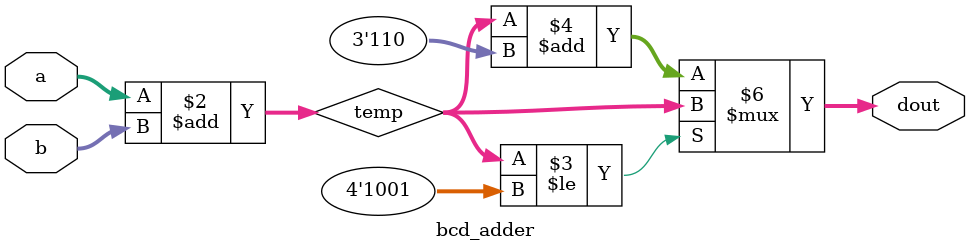
<source format=v>
`timescale 1ns / 1ps


module bcd_adder(

input [3:0] a,
input [3:0] b,
output reg [7:0] dout
    );
    
    reg [7:0] temp;
    
    always@(*)
    begin
     temp = a+b;
     
     if(temp <= 4'd9)
      begin
        dout = temp;
       end
       
       else
         begin
           dout = temp + 3'd6;
        end
    
    end
endmodule

</source>
